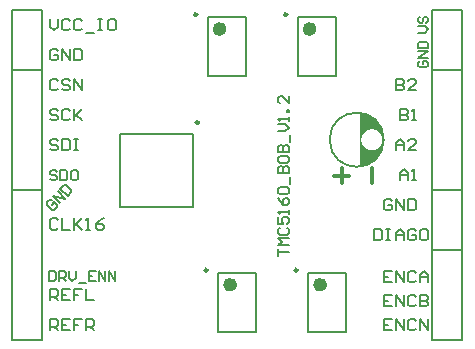
<source format=gto>
G04 Layer_Color=65535*
%FSLAX25Y25*%
%MOIN*%
G70*
G01*
G75*
%ADD31C,0.00551*%
%ADD32C,0.00984*%
%ADD33C,0.02362*%
%ADD34C,0.00787*%
%ADD35C,0.01181*%
%ADD36C,0.00700*%
%ADD37C,0.00500*%
G36*
X-29268Y-47344D02*
X-29268D01*
X-29268D01*
D01*
D02*
G37*
G36*
X-28450Y-29547D02*
X-26874Y-30024D01*
X-25411Y-30779D01*
X-24109Y-31786D01*
X-23011Y-33014D01*
X-22155Y-34420D01*
X-21567Y-35958D01*
X-21268Y-37577D01*
X-21268Y-38400D01*
X-21268Y-38400D01*
X-21268Y-39223D01*
X-21567Y-40842D01*
X-22155Y-42380D01*
X-23011Y-43786D01*
X-24109Y-45014D01*
X-25411Y-46021D01*
X-26874Y-46776D01*
X-28450Y-47253D01*
X-29268Y-47344D01*
X-29268Y-38400D01*
Y-29456D01*
X-28450Y-29547D01*
D02*
G37*
%LPC*%
G36*
X-25268Y-34900D02*
X-25611Y-34917D01*
X-26284Y-35051D01*
X-26918Y-35313D01*
X-27489Y-35695D01*
X-27974Y-36180D01*
X-28355Y-36750D01*
X-28618Y-37384D01*
X-28752Y-38057D01*
X-28768Y-38400D01*
X-28752Y-38743D01*
X-28618Y-39416D01*
X-28355Y-40050D01*
X-27974Y-40620D01*
X-27489Y-41105D01*
X-26918Y-41487D01*
X-26284Y-41749D01*
X-25611Y-41883D01*
X-25268Y-41900D01*
X-24925Y-41883D01*
X-24252Y-41749D01*
X-23618Y-41487D01*
X-23048Y-41105D01*
X-22563Y-40620D01*
X-22182Y-40050D01*
X-21919Y-39416D01*
X-21785Y-38743D01*
X-21768Y-38400D01*
X-21785Y-38057D01*
X-21919Y-37384D01*
X-22182Y-36750D01*
X-22563Y-36180D01*
X-23048Y-35695D01*
X-23618Y-35313D01*
X-24252Y-35051D01*
X-24925Y-34917D01*
X-25268Y-34900D01*
D02*
G37*
%LPD*%
D31*
X-21254Y-38400D02*
G03*
X-21254Y-38400I-9014J0D01*
G01*
D32*
X-82868Y-32645D02*
G03*
X-82868Y-32645I-492J0D01*
G01*
X-49946Y-81852D02*
G03*
X-49946Y-81852I-492J0D01*
G01*
X-79946Y-81852D02*
G03*
X-79946Y-81852I-492J0D01*
G01*
X-53446Y3348D02*
G03*
X-53446Y3348I-492J0D01*
G01*
X-83446D02*
G03*
X-83446Y3348I-492J0D01*
G01*
D33*
X-41284Y-86695D02*
G03*
X-41284Y-86695I-1181J0D01*
G01*
X-71284Y-86695D02*
G03*
X-71284Y-86695I-1181J0D01*
G01*
X-44784Y-1495D02*
G03*
X-44784Y-1495I-1181J0D01*
G01*
X-74784D02*
G03*
X-74784Y-1495I-1181J0D01*
G01*
D34*
X-5000Y-15000D02*
X5000D01*
Y-55000D02*
Y-15000D01*
X-5000Y-55000D02*
Y-15000D01*
Y-55000D02*
X5000D01*
X-135000Y-105000D02*
Y-55000D01*
X-145000D02*
X-135000D01*
X-145000Y-105000D02*
Y-55000D01*
Y-105000D02*
X-135000D01*
X-145000Y-55000D02*
X-135000D01*
X-145000D02*
Y-15000D01*
X-135000Y-55000D02*
Y-15000D01*
X-145000D02*
X-135000D01*
X-5000Y-75000D02*
X5000D01*
X-5000Y-105000D02*
Y-75000D01*
Y-105000D02*
X5000D01*
Y-75000D01*
X-135000Y-15000D02*
Y5000D01*
X-145000Y-15000D02*
X-135000D01*
X-145000D02*
Y5000D01*
X-135000D01*
X5000Y-15000D02*
Y5000D01*
X-5000Y-15000D02*
X5000D01*
X-5000D02*
Y5000D01*
X5000D01*
Y-75000D02*
Y-55000D01*
X-5000Y-75000D02*
X5000D01*
X-5000D02*
Y-55000D01*
X5000D01*
X-109246Y-36582D02*
X-84837D01*
X-109246Y-60991D02*
X-84837D01*
Y-36582D01*
X-109246Y-60991D02*
Y-36582D01*
X-46402Y-102443D02*
X-33804D01*
X-46402Y-82758D02*
X-33804D01*
Y-102443D02*
Y-82758D01*
X-46402Y-102443D02*
Y-82758D01*
X-76402Y-102443D02*
X-63804D01*
X-76402Y-82758D02*
X-63804D01*
Y-102443D02*
Y-82758D01*
X-76402Y-102443D02*
Y-82758D01*
X-49902Y-17243D02*
X-37304D01*
X-49902Y2442D02*
X-37304D01*
Y-17243D02*
Y2442D01*
X-49902Y-17243D02*
Y2442D01*
X-79902Y-17243D02*
X-67304D01*
X-79902Y2442D02*
X-67304D01*
Y-17243D02*
Y2442D01*
X-79902Y-17243D02*
Y2442D01*
D35*
X-37768Y-50400D02*
X-32768D01*
X-35268Y-52900D02*
Y-47900D01*
X-25268Y-52900D02*
Y-47900D01*
D36*
X-56473Y-77025D02*
Y-74692D01*
Y-75858D01*
X-52974D01*
Y-73526D02*
X-56473D01*
X-55307Y-72359D01*
X-56473Y-71193D01*
X-52974D01*
X-55890Y-67694D02*
X-56473Y-68277D01*
Y-69444D01*
X-55890Y-70027D01*
X-53557D01*
X-52974Y-69444D01*
Y-68277D01*
X-53557Y-67694D01*
X-56473Y-64195D02*
Y-66528D01*
X-54724D01*
X-55307Y-65361D01*
Y-64778D01*
X-54724Y-64195D01*
X-53557D01*
X-52974Y-64778D01*
Y-65945D01*
X-53557Y-66528D01*
X-52974Y-63029D02*
Y-61863D01*
Y-62446D01*
X-56473D01*
X-55890Y-63029D01*
X-56473Y-57781D02*
X-55890Y-58947D01*
X-54724Y-60113D01*
X-53557D01*
X-52974Y-59530D01*
Y-58364D01*
X-53557Y-57781D01*
X-54141D01*
X-54724Y-58364D01*
Y-60113D01*
X-55890Y-56614D02*
X-56473Y-56031D01*
Y-54865D01*
X-55890Y-54282D01*
X-53557D01*
X-52974Y-54865D01*
Y-56031D01*
X-53557Y-56614D01*
X-55890D01*
X-52391Y-53115D02*
Y-50783D01*
X-56473Y-49617D02*
X-52974D01*
Y-47867D01*
X-53557Y-47284D01*
X-54141D01*
X-54724Y-47867D01*
Y-49617D01*
Y-47867D01*
X-55307Y-47284D01*
X-55890D01*
X-56473Y-47867D01*
Y-49617D01*
Y-44368D02*
Y-45535D01*
X-55890Y-46118D01*
X-53557D01*
X-52974Y-45535D01*
Y-44368D01*
X-53557Y-43785D01*
X-55890D01*
X-56473Y-44368D01*
Y-42619D02*
X-52974D01*
Y-40870D01*
X-53557Y-40286D01*
X-54141D01*
X-54724Y-40870D01*
Y-42619D01*
Y-40870D01*
X-55307Y-40286D01*
X-55890D01*
X-56473Y-40870D01*
Y-42619D01*
X-52391Y-39120D02*
Y-36788D01*
X-56473Y-35621D02*
X-54141D01*
X-52974Y-34455D01*
X-54141Y-33289D01*
X-56473D01*
X-52974Y-32122D02*
Y-30956D01*
Y-31539D01*
X-56473D01*
X-55890Y-32122D01*
X-52974Y-29207D02*
X-53557D01*
Y-28623D01*
X-52974D01*
Y-29207D01*
Y-23958D02*
Y-26291D01*
X-55307Y-23958D01*
X-55890D01*
X-56473Y-24541D01*
Y-25708D01*
X-55890Y-26291D01*
X-132416Y1999D02*
Y-667D01*
X-131083Y-1999D01*
X-129750Y-667D01*
Y1999D01*
X-125751Y1333D02*
X-126418Y1999D01*
X-127751D01*
X-128417Y1333D01*
Y-1333D01*
X-127751Y-1999D01*
X-126418D01*
X-125751Y-1333D01*
X-121753Y1333D02*
X-122419Y1999D01*
X-123752D01*
X-124418Y1333D01*
Y-1333D01*
X-123752Y-1999D01*
X-122419D01*
X-121753Y-1333D01*
X-120420Y-2666D02*
X-117754D01*
X-116421Y1999D02*
X-115088D01*
X-115754D01*
Y-1999D01*
X-116421D01*
X-115088D01*
X-111089Y1999D02*
X-112422D01*
X-113089Y1333D01*
Y-1333D01*
X-112422Y-1999D01*
X-111089D01*
X-110423Y-1333D01*
Y1333D01*
X-111089Y1999D01*
X-129734Y-8667D02*
X-130401Y-8001D01*
X-131734D01*
X-132400Y-8667D01*
Y-11333D01*
X-131734Y-11999D01*
X-130401D01*
X-129734Y-11333D01*
Y-10000D01*
X-131067D01*
X-128401Y-11999D02*
Y-8001D01*
X-125735Y-11999D01*
Y-8001D01*
X-124403D02*
Y-11999D01*
X-122403D01*
X-121737Y-11333D01*
Y-8667D01*
X-122403Y-8001D01*
X-124403D01*
X-129834Y-18667D02*
X-130501Y-18001D01*
X-131834D01*
X-132500Y-18667D01*
Y-21333D01*
X-131834Y-21999D01*
X-130501D01*
X-129834Y-21333D01*
X-125836Y-18667D02*
X-126502Y-18001D01*
X-127835D01*
X-128501Y-18667D01*
Y-19333D01*
X-127835Y-20000D01*
X-126502D01*
X-125836Y-20666D01*
Y-21333D01*
X-126502Y-21999D01*
X-127835D01*
X-128501Y-21333D01*
X-124503Y-21999D02*
Y-18001D01*
X-121837Y-21999D01*
Y-18001D01*
X-129834Y-38667D02*
X-130501Y-38001D01*
X-131834D01*
X-132500Y-38667D01*
Y-39334D01*
X-131834Y-40000D01*
X-130501D01*
X-129834Y-40666D01*
Y-41333D01*
X-130501Y-41999D01*
X-131834D01*
X-132500Y-41333D01*
X-128501Y-38001D02*
Y-41999D01*
X-126502D01*
X-125836Y-41333D01*
Y-38667D01*
X-126502Y-38001D01*
X-128501D01*
X-124503D02*
X-123170D01*
X-123836D01*
Y-41999D01*
X-124503D01*
X-123170D01*
X-130167Y-49084D02*
X-130751Y-48500D01*
X-131917D01*
X-132500Y-49084D01*
Y-49667D01*
X-131917Y-50250D01*
X-130751D01*
X-130167Y-50833D01*
Y-51416D01*
X-130751Y-51999D01*
X-131917D01*
X-132500Y-51416D01*
X-129001Y-48500D02*
Y-51999D01*
X-127252D01*
X-126669Y-51416D01*
Y-49084D01*
X-127252Y-48500D01*
X-129001D01*
X-123753D02*
X-124919D01*
X-125502Y-49084D01*
Y-51416D01*
X-124919Y-51999D01*
X-123753D01*
X-123170Y-51416D01*
Y-49084D01*
X-123753Y-48500D01*
X-129834Y-28667D02*
X-130501Y-28001D01*
X-131834D01*
X-132500Y-28667D01*
Y-29334D01*
X-131834Y-30000D01*
X-130501D01*
X-129834Y-30666D01*
Y-31333D01*
X-130501Y-31999D01*
X-131834D01*
X-132500Y-31333D01*
X-125836Y-28667D02*
X-126502Y-28001D01*
X-127835D01*
X-128501Y-28667D01*
Y-31333D01*
X-127835Y-31999D01*
X-126502D01*
X-125836Y-31333D01*
X-124503Y-28001D02*
Y-31999D01*
Y-30666D01*
X-121837Y-28001D01*
X-123836Y-30000D01*
X-121837Y-31999D01*
X-132700Y-82201D02*
Y-85500D01*
X-131051D01*
X-130501Y-84950D01*
Y-82751D01*
X-131051Y-82201D01*
X-132700D01*
X-129401Y-85500D02*
Y-82201D01*
X-127752D01*
X-127202Y-82751D01*
Y-83851D01*
X-127752Y-84400D01*
X-129401D01*
X-128301D02*
X-127202Y-85500D01*
X-126102Y-82201D02*
Y-84400D01*
X-125003Y-85500D01*
X-123903Y-84400D01*
Y-82201D01*
X-122803Y-86050D02*
X-120604D01*
X-117305Y-82201D02*
X-119504D01*
Y-85500D01*
X-117305D01*
X-119504Y-83851D02*
X-118405D01*
X-116205Y-85500D02*
Y-82201D01*
X-114006Y-85500D01*
Y-82201D01*
X-112906Y-85500D02*
Y-82201D01*
X-110707Y-85500D01*
Y-82201D01*
X-132500Y-101999D02*
Y-98001D01*
X-130501D01*
X-129834Y-98667D01*
Y-100000D01*
X-130501Y-100666D01*
X-132500D01*
X-131167D02*
X-129834Y-101999D01*
X-125836Y-98001D02*
X-128501D01*
Y-101999D01*
X-125836D01*
X-128501Y-100000D02*
X-127168D01*
X-121837Y-98001D02*
X-124503D01*
Y-100000D01*
X-123170D01*
X-124503D01*
Y-101999D01*
X-120504D02*
Y-98001D01*
X-118505D01*
X-117838Y-98667D01*
Y-100000D01*
X-118505Y-100666D01*
X-120504D01*
X-119171D02*
X-117838Y-101999D01*
X-132500Y-91999D02*
Y-88001D01*
X-130501D01*
X-129834Y-88667D01*
Y-90000D01*
X-130501Y-90666D01*
X-132500D01*
X-131167D02*
X-129834Y-91999D01*
X-125836Y-88001D02*
X-128501D01*
Y-91999D01*
X-125836D01*
X-128501Y-90000D02*
X-127168D01*
X-121837Y-88001D02*
X-124503D01*
Y-90000D01*
X-123170D01*
X-124503D01*
Y-91999D01*
X-120504Y-88001D02*
Y-91999D01*
X-117838D01*
X-129834Y-65167D02*
X-130501Y-64501D01*
X-131834D01*
X-132500Y-65167D01*
Y-67833D01*
X-131834Y-68499D01*
X-130501D01*
X-129834Y-67833D01*
X-128501Y-64501D02*
Y-68499D01*
X-125836D01*
X-124503Y-64501D02*
Y-68499D01*
Y-67166D01*
X-121837Y-64501D01*
X-123836Y-66500D01*
X-121837Y-68499D01*
X-120504D02*
X-119171D01*
X-119837D01*
Y-64501D01*
X-120504Y-65167D01*
X-114506Y-64501D02*
X-115839Y-65167D01*
X-117172Y-66500D01*
Y-67833D01*
X-116505Y-68499D01*
X-115172D01*
X-114506Y-67833D01*
Y-67166D01*
X-115172Y-66500D01*
X-117172D01*
X-15767Y-51999D02*
Y-49334D01*
X-14434Y-48001D01*
X-13101Y-49334D01*
Y-51999D01*
Y-50000D01*
X-15767D01*
X-11768Y-51999D02*
X-10435D01*
X-11102D01*
Y-48001D01*
X-11768Y-48667D01*
X-17100Y-41999D02*
Y-39334D01*
X-15767Y-38001D01*
X-14434Y-39334D01*
Y-41999D01*
Y-40000D01*
X-17100D01*
X-10435Y-41999D02*
X-13101D01*
X-10435Y-39334D01*
Y-38667D01*
X-11102Y-38001D01*
X-12435D01*
X-13101Y-38667D01*
X-18433Y-58667D02*
X-19099Y-58001D01*
X-20432D01*
X-21099Y-58667D01*
Y-61333D01*
X-20432Y-61999D01*
X-19099D01*
X-18433Y-61333D01*
Y-60000D01*
X-19766D01*
X-17100Y-61999D02*
Y-58001D01*
X-14434Y-61999D01*
Y-58001D01*
X-13101D02*
Y-61999D01*
X-11102D01*
X-10435Y-61333D01*
Y-58667D01*
X-11102Y-58001D01*
X-13101D01*
X-17100Y-18001D02*
Y-21999D01*
X-15101D01*
X-14434Y-21333D01*
Y-20666D01*
X-15101Y-20000D01*
X-17100D01*
X-15101D01*
X-14434Y-19333D01*
Y-18667D01*
X-15101Y-18001D01*
X-17100D01*
X-10435Y-21999D02*
X-13101D01*
X-10435Y-19333D01*
Y-18667D01*
X-11102Y-18001D01*
X-12435D01*
X-13101Y-18667D01*
X-15767Y-28001D02*
Y-31999D01*
X-13768D01*
X-13101Y-31333D01*
Y-30666D01*
X-13768Y-30000D01*
X-15767D01*
X-13768D01*
X-13101Y-29334D01*
Y-28667D01*
X-13768Y-28001D01*
X-15767D01*
X-11768Y-31999D02*
X-10435D01*
X-11102D01*
Y-28001D01*
X-11768Y-28667D01*
X-24394Y-68001D02*
Y-71999D01*
X-22395D01*
X-21728Y-71333D01*
Y-68667D01*
X-22395Y-68001D01*
X-24394D01*
X-20395D02*
X-19063D01*
X-19729D01*
Y-71999D01*
X-20395D01*
X-19063D01*
X-17063D02*
Y-69334D01*
X-15730Y-68001D01*
X-14397Y-69334D01*
Y-71999D01*
Y-70000D01*
X-17063D01*
X-10399Y-68667D02*
X-11065Y-68001D01*
X-12398D01*
X-13065Y-68667D01*
Y-71333D01*
X-12398Y-71999D01*
X-11065D01*
X-10399Y-71333D01*
Y-70000D01*
X-11732D01*
X-9066Y-68667D02*
X-8399Y-68001D01*
X-7067D01*
X-6400Y-68667D01*
Y-71333D01*
X-7067Y-71999D01*
X-8399D01*
X-9066Y-71333D01*
Y-68667D01*
X-18396Y-82001D02*
X-21062D01*
Y-85999D01*
X-18396D01*
X-21062Y-84000D02*
X-19729D01*
X-17063Y-85999D02*
Y-82001D01*
X-14397Y-85999D01*
Y-82001D01*
X-10399Y-82667D02*
X-11065Y-82001D01*
X-12398D01*
X-13065Y-82667D01*
Y-85333D01*
X-12398Y-85999D01*
X-11065D01*
X-10399Y-85333D01*
X-9066Y-85999D02*
Y-83334D01*
X-7733Y-82001D01*
X-6400Y-83334D01*
Y-85999D01*
Y-84000D01*
X-9066D01*
X-18396Y-90001D02*
X-21062D01*
Y-93999D01*
X-18396D01*
X-21062Y-92000D02*
X-19729D01*
X-17063Y-93999D02*
Y-90001D01*
X-14397Y-93999D01*
Y-90001D01*
X-10399Y-90667D02*
X-11065Y-90001D01*
X-12398D01*
X-13065Y-90667D01*
Y-93333D01*
X-12398Y-93999D01*
X-11065D01*
X-10399Y-93333D01*
X-9066Y-90001D02*
Y-93999D01*
X-7067D01*
X-6400Y-93333D01*
Y-92666D01*
X-7067Y-92000D01*
X-9066D01*
X-7067D01*
X-6400Y-91334D01*
Y-90667D01*
X-7067Y-90001D01*
X-9066D01*
X-18396Y-98001D02*
X-21062D01*
Y-101999D01*
X-18396D01*
X-21062Y-100000D02*
X-19729D01*
X-17063Y-101999D02*
Y-98001D01*
X-14397Y-101999D01*
Y-98001D01*
X-10399Y-98667D02*
X-11065Y-98001D01*
X-12398D01*
X-13065Y-98667D01*
Y-101333D01*
X-12398Y-101999D01*
X-11065D01*
X-10399Y-101333D01*
X-9066Y-101999D02*
Y-98001D01*
X-6400Y-101999D01*
Y-98001D01*
D37*
X-9166Y-12133D02*
X-9699Y-12666D01*
Y-13732D01*
X-9166Y-14265D01*
X-7033D01*
X-6500Y-13732D01*
Y-12666D01*
X-7033Y-12133D01*
X-8100D01*
Y-13199D01*
X-6500Y-11066D02*
X-9699D01*
X-6500Y-8934D01*
X-9699D01*
Y-7867D02*
X-6500D01*
Y-6268D01*
X-7033Y-5735D01*
X-9166D01*
X-9699Y-6268D01*
Y-7867D01*
Y-2666D02*
X-7566D01*
X-6500Y-1599D01*
X-7566Y-533D01*
X-9699D01*
X-9166Y2666D02*
X-9699Y2133D01*
Y1066D01*
X-9166Y533D01*
X-8633D01*
X-8100Y1066D01*
Y2133D01*
X-7566Y2666D01*
X-7033D01*
X-6500Y2133D01*
Y1066D01*
X-7033Y533D01*
X-131965Y-58426D02*
X-132790D01*
X-133615Y-59251D01*
Y-60076D01*
X-131965Y-61725D01*
X-131141D01*
X-130316Y-60900D01*
X-130316Y-60076D01*
X-131141Y-59251D01*
X-131965Y-60076D01*
X-129079Y-59663D02*
X-131553Y-57189D01*
X-127430Y-58014D01*
X-129904Y-55540D01*
X-129079Y-54715D02*
X-126605Y-57189D01*
X-125368Y-55952D01*
X-125368Y-55128D01*
X-127017Y-53478D01*
X-127842D01*
X-129079Y-54715D01*
M02*

</source>
